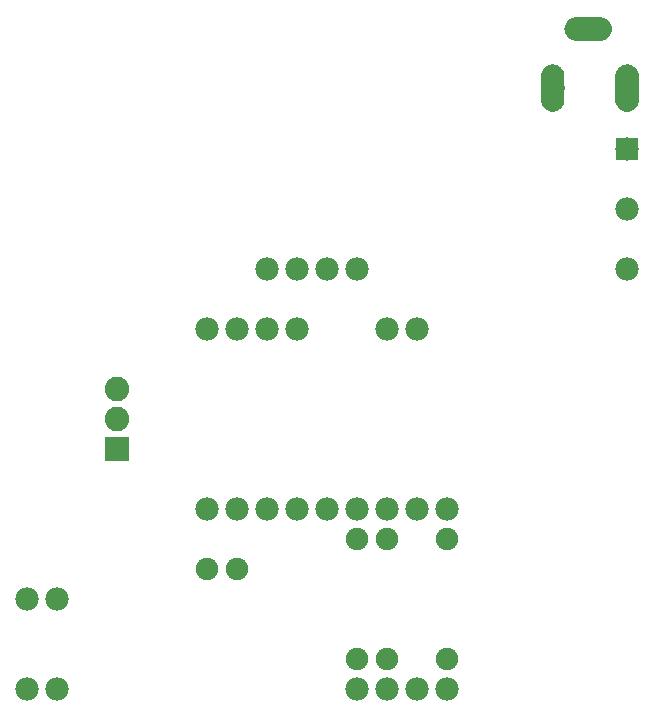
<source format=gtl>
G04 MADE WITH FRITZING*
G04 WWW.FRITZING.ORG*
G04 DOUBLE SIDED*
G04 HOLES PLATED*
G04 CONTOUR ON CENTER OF CONTOUR VECTOR*
%ASAXBY*%
%FSLAX23Y23*%
%MOIN*%
%OFA0B0*%
%SFA1.0B1.0*%
%ADD10C,0.078000*%
%ADD11C,0.078740*%
%ADD12C,0.075433*%
%ADD13C,0.082000*%
%ADD14C,0.075000*%
%ADD15R,0.082000X0.082000*%
%ADD16R,0.078000X0.078000*%
%ADD17R,0.001000X0.001000*%
%LNCOPPER1*%
G90*
G70*
G54D10*
X1573Y171D03*
X1473Y171D03*
X1373Y171D03*
X1273Y171D03*
X1573Y171D03*
X1473Y171D03*
X1373Y171D03*
X1273Y171D03*
X1273Y1571D03*
X1173Y1571D03*
X1073Y1571D03*
X973Y1571D03*
X1273Y1571D03*
X1173Y1571D03*
X1073Y1571D03*
X973Y1571D03*
X273Y471D03*
X173Y471D03*
X273Y471D03*
X173Y471D03*
X273Y171D03*
X173Y171D03*
X273Y171D03*
X173Y171D03*
G54D11*
X1925Y2174D03*
X2173Y2174D03*
X2044Y2371D03*
X1925Y2174D03*
X2173Y2174D03*
X2044Y2371D03*
G54D12*
X873Y571D03*
X773Y571D03*
G54D13*
X473Y971D03*
X473Y1071D03*
X473Y1171D03*
G54D14*
X1273Y671D03*
X1273Y271D03*
X1373Y671D03*
X1373Y271D03*
X1573Y671D03*
X1573Y271D03*
G54D10*
X2173Y1971D03*
X2173Y1771D03*
X2173Y1571D03*
X1073Y1371D03*
X973Y1371D03*
X873Y1371D03*
X773Y1371D03*
X1073Y1371D03*
X973Y1371D03*
X873Y1371D03*
X773Y1371D03*
X1473Y1371D03*
X1373Y1371D03*
X1473Y1371D03*
X1373Y1371D03*
X1573Y771D03*
X1473Y771D03*
X1373Y771D03*
X1273Y771D03*
X1173Y771D03*
X1073Y771D03*
X973Y771D03*
X873Y771D03*
X773Y771D03*
X1573Y771D03*
X1473Y771D03*
X1373Y771D03*
X1273Y771D03*
X1173Y771D03*
X1073Y771D03*
X973Y771D03*
X873Y771D03*
X773Y771D03*
G54D15*
X473Y971D03*
G54D16*
X2173Y1971D03*
G54D17*
X1996Y2410D02*
X2089Y2410D01*
X1992Y2409D02*
X2093Y2409D01*
X1989Y2408D02*
X2096Y2408D01*
X1987Y2407D02*
X2098Y2407D01*
X1985Y2406D02*
X2100Y2406D01*
X1983Y2405D02*
X2102Y2405D01*
X1982Y2404D02*
X2104Y2404D01*
X1980Y2403D02*
X2105Y2403D01*
X1979Y2402D02*
X2106Y2402D01*
X1978Y2401D02*
X2107Y2401D01*
X1977Y2400D02*
X2108Y2400D01*
X1976Y2399D02*
X2110Y2399D01*
X1975Y2398D02*
X2110Y2398D01*
X1974Y2397D02*
X2111Y2397D01*
X1973Y2396D02*
X2112Y2396D01*
X1972Y2395D02*
X2113Y2395D01*
X1971Y2394D02*
X2114Y2394D01*
X1971Y2393D02*
X2114Y2393D01*
X1970Y2392D02*
X2115Y2392D01*
X1970Y2391D02*
X2041Y2391D01*
X2044Y2391D02*
X2116Y2391D01*
X1969Y2390D02*
X2036Y2390D01*
X2049Y2390D02*
X2116Y2390D01*
X1969Y2389D02*
X2033Y2389D01*
X2052Y2389D02*
X2117Y2389D01*
X1968Y2388D02*
X2032Y2388D01*
X2054Y2388D02*
X2117Y2388D01*
X1968Y2387D02*
X2030Y2387D01*
X2055Y2387D02*
X2118Y2387D01*
X1967Y2386D02*
X2029Y2386D01*
X2056Y2386D02*
X2118Y2386D01*
X1967Y2385D02*
X2028Y2385D01*
X2057Y2385D02*
X2118Y2385D01*
X1966Y2384D02*
X2027Y2384D01*
X2058Y2384D02*
X2119Y2384D01*
X1966Y2383D02*
X2026Y2383D01*
X2059Y2383D02*
X2119Y2383D01*
X1966Y2382D02*
X2026Y2382D01*
X2060Y2382D02*
X2119Y2382D01*
X1966Y2381D02*
X2025Y2381D01*
X2060Y2381D02*
X2120Y2381D01*
X1965Y2380D02*
X2024Y2380D01*
X2061Y2380D02*
X2120Y2380D01*
X1965Y2379D02*
X2024Y2379D01*
X2061Y2379D02*
X2120Y2379D01*
X1965Y2378D02*
X2024Y2378D01*
X2062Y2378D02*
X2120Y2378D01*
X1965Y2377D02*
X2023Y2377D01*
X2062Y2377D02*
X2120Y2377D01*
X1965Y2376D02*
X2023Y2376D01*
X2062Y2376D02*
X2121Y2376D01*
X1965Y2375D02*
X2023Y2375D01*
X2062Y2375D02*
X2121Y2375D01*
X1964Y2374D02*
X2023Y2374D01*
X2062Y2374D02*
X2121Y2374D01*
X1964Y2373D02*
X2023Y2373D01*
X2063Y2373D02*
X2121Y2373D01*
X1964Y2372D02*
X2022Y2372D01*
X2063Y2372D02*
X2121Y2372D01*
X1964Y2371D02*
X2022Y2371D01*
X2063Y2371D02*
X2121Y2371D01*
X1964Y2370D02*
X2023Y2370D01*
X2063Y2370D02*
X2121Y2370D01*
X1964Y2369D02*
X2023Y2369D01*
X2062Y2369D02*
X2121Y2369D01*
X1965Y2368D02*
X2023Y2368D01*
X2062Y2368D02*
X2121Y2368D01*
X1965Y2367D02*
X2023Y2367D01*
X2062Y2367D02*
X2121Y2367D01*
X1965Y2366D02*
X2023Y2366D01*
X2062Y2366D02*
X2120Y2366D01*
X1965Y2365D02*
X2024Y2365D01*
X2062Y2365D02*
X2120Y2365D01*
X1965Y2364D02*
X2024Y2364D01*
X2061Y2364D02*
X2120Y2364D01*
X1965Y2363D02*
X2024Y2363D01*
X2061Y2363D02*
X2120Y2363D01*
X1966Y2362D02*
X2025Y2362D01*
X2060Y2362D02*
X2120Y2362D01*
X1966Y2361D02*
X2025Y2361D01*
X2060Y2361D02*
X2119Y2361D01*
X1966Y2360D02*
X2026Y2360D01*
X2059Y2360D02*
X2119Y2360D01*
X1966Y2359D02*
X2027Y2359D01*
X2058Y2359D02*
X2119Y2359D01*
X1967Y2358D02*
X2028Y2358D01*
X2057Y2358D02*
X2118Y2358D01*
X1967Y2357D02*
X2029Y2357D01*
X2056Y2357D02*
X2118Y2357D01*
X1968Y2356D02*
X2030Y2356D01*
X2055Y2356D02*
X2118Y2356D01*
X1968Y2355D02*
X2031Y2355D01*
X2054Y2355D02*
X2117Y2355D01*
X1968Y2354D02*
X2033Y2354D01*
X2052Y2354D02*
X2117Y2354D01*
X1969Y2353D02*
X2035Y2353D01*
X2050Y2353D02*
X2116Y2353D01*
X1969Y2352D02*
X2040Y2352D01*
X2045Y2352D02*
X2116Y2352D01*
X1970Y2351D02*
X2115Y2351D01*
X1971Y2350D02*
X2114Y2350D01*
X1971Y2349D02*
X2114Y2349D01*
X1972Y2348D02*
X2113Y2348D01*
X1973Y2347D02*
X2112Y2347D01*
X1974Y2346D02*
X2111Y2346D01*
X1975Y2345D02*
X2111Y2345D01*
X1976Y2344D02*
X2110Y2344D01*
X1977Y2343D02*
X2109Y2343D01*
X1978Y2342D02*
X2107Y2342D01*
X1979Y2341D02*
X2106Y2341D01*
X1980Y2340D02*
X2105Y2340D01*
X1981Y2339D02*
X2104Y2339D01*
X1983Y2338D02*
X2102Y2338D01*
X1985Y2337D02*
X2100Y2337D01*
X1987Y2336D02*
X2098Y2336D01*
X1989Y2335D02*
X2096Y2335D01*
X1992Y2334D02*
X2094Y2334D01*
X1995Y2333D02*
X2090Y2333D01*
X1920Y2253D02*
X1929Y2253D01*
X2168Y2253D02*
X2177Y2253D01*
X1915Y2252D02*
X1934Y2252D01*
X2163Y2252D02*
X2182Y2252D01*
X1912Y2251D02*
X1937Y2251D01*
X2160Y2251D02*
X2185Y2251D01*
X1909Y2250D02*
X1940Y2250D01*
X2157Y2250D02*
X2188Y2250D01*
X1907Y2249D02*
X1942Y2249D01*
X2155Y2249D02*
X2190Y2249D01*
X1905Y2248D02*
X1944Y2248D01*
X2153Y2248D02*
X2192Y2248D01*
X1904Y2247D02*
X1945Y2247D01*
X2152Y2247D02*
X2193Y2247D01*
X1902Y2246D02*
X1947Y2246D01*
X2150Y2246D02*
X2195Y2246D01*
X1901Y2245D02*
X1948Y2245D01*
X2149Y2245D02*
X2196Y2245D01*
X1900Y2244D02*
X1949Y2244D01*
X2148Y2244D02*
X2197Y2244D01*
X1898Y2243D02*
X1951Y2243D01*
X2146Y2243D02*
X2199Y2243D01*
X1897Y2242D02*
X1952Y2242D01*
X2145Y2242D02*
X2200Y2242D01*
X1896Y2241D02*
X1953Y2241D01*
X2144Y2241D02*
X2201Y2241D01*
X1895Y2240D02*
X1953Y2240D01*
X2143Y2240D02*
X2201Y2240D01*
X1895Y2239D02*
X1954Y2239D01*
X2143Y2239D02*
X2202Y2239D01*
X1894Y2238D02*
X1955Y2238D01*
X2142Y2238D02*
X2203Y2238D01*
X1893Y2237D02*
X1956Y2237D01*
X2141Y2237D02*
X2204Y2237D01*
X1892Y2236D02*
X1957Y2236D01*
X2140Y2236D02*
X2205Y2236D01*
X1892Y2235D02*
X1957Y2235D01*
X2140Y2235D02*
X2205Y2235D01*
X1891Y2234D02*
X1958Y2234D01*
X2139Y2234D02*
X2206Y2234D01*
X1891Y2233D02*
X1958Y2233D01*
X2138Y2233D02*
X2206Y2233D01*
X1890Y2232D02*
X1959Y2232D01*
X2138Y2232D02*
X2207Y2232D01*
X1890Y2231D02*
X1959Y2231D01*
X2137Y2231D02*
X2207Y2231D01*
X1889Y2230D02*
X1960Y2230D01*
X2137Y2230D02*
X2208Y2230D01*
X1889Y2229D02*
X1960Y2229D01*
X2137Y2229D02*
X2208Y2229D01*
X1888Y2228D02*
X1961Y2228D01*
X2136Y2228D02*
X2209Y2228D01*
X1888Y2227D02*
X1961Y2227D01*
X2136Y2227D02*
X2209Y2227D01*
X1887Y2226D02*
X1961Y2226D01*
X2135Y2226D02*
X2209Y2226D01*
X1887Y2225D02*
X1962Y2225D01*
X2135Y2225D02*
X2210Y2225D01*
X1887Y2224D02*
X1962Y2224D01*
X2135Y2224D02*
X2210Y2224D01*
X1887Y2223D02*
X1962Y2223D01*
X2135Y2223D02*
X2210Y2223D01*
X1886Y2222D02*
X1963Y2222D01*
X2134Y2222D02*
X2210Y2222D01*
X1886Y2221D02*
X1963Y2221D01*
X2134Y2221D02*
X2211Y2221D01*
X1886Y2220D02*
X1963Y2220D01*
X2134Y2220D02*
X2211Y2220D01*
X1886Y2219D02*
X1963Y2219D01*
X2134Y2219D02*
X2211Y2219D01*
X1886Y2218D02*
X1963Y2218D01*
X2134Y2218D02*
X2211Y2218D01*
X1886Y2217D02*
X1963Y2217D01*
X2134Y2217D02*
X2211Y2217D01*
X1886Y2216D02*
X1963Y2216D01*
X2134Y2216D02*
X2211Y2216D01*
X1886Y2215D02*
X1963Y2215D01*
X2134Y2215D02*
X2211Y2215D01*
X1886Y2214D02*
X1963Y2214D01*
X2134Y2214D02*
X2211Y2214D01*
X1886Y2213D02*
X1963Y2213D01*
X2134Y2213D02*
X2211Y2213D01*
X1886Y2212D02*
X1963Y2212D01*
X2134Y2212D02*
X2211Y2212D01*
X1886Y2211D02*
X1963Y2211D01*
X2134Y2211D02*
X2211Y2211D01*
X1886Y2210D02*
X1963Y2210D01*
X2134Y2210D02*
X2211Y2210D01*
X1886Y2209D02*
X1963Y2209D01*
X2134Y2209D02*
X2211Y2209D01*
X1886Y2208D02*
X1963Y2208D01*
X2134Y2208D02*
X2211Y2208D01*
X1886Y2207D02*
X1963Y2207D01*
X2134Y2207D02*
X2211Y2207D01*
X1886Y2206D02*
X1963Y2206D01*
X2134Y2206D02*
X2211Y2206D01*
X1886Y2205D02*
X1963Y2205D01*
X2134Y2205D02*
X2211Y2205D01*
X1886Y2204D02*
X1963Y2204D01*
X2134Y2204D02*
X2211Y2204D01*
X1886Y2203D02*
X1963Y2203D01*
X2134Y2203D02*
X2211Y2203D01*
X1886Y2202D02*
X1963Y2202D01*
X2134Y2202D02*
X2211Y2202D01*
X1886Y2201D02*
X1963Y2201D01*
X2134Y2201D02*
X2211Y2201D01*
X1886Y2200D02*
X1963Y2200D01*
X2134Y2200D02*
X2211Y2200D01*
X1886Y2199D02*
X1963Y2199D01*
X2134Y2199D02*
X2211Y2199D01*
X1886Y2198D02*
X1963Y2198D01*
X2134Y2198D02*
X2211Y2198D01*
X1886Y2197D02*
X1963Y2197D01*
X2134Y2197D02*
X2211Y2197D01*
X1886Y2196D02*
X1963Y2196D01*
X2134Y2196D02*
X2211Y2196D01*
X1886Y2195D02*
X1963Y2195D01*
X2134Y2195D02*
X2211Y2195D01*
X1886Y2194D02*
X1921Y2194D01*
X1928Y2194D02*
X1963Y2194D01*
X2134Y2194D02*
X2169Y2194D01*
X2176Y2194D02*
X2211Y2194D01*
X1886Y2193D02*
X1917Y2193D01*
X1932Y2193D02*
X1963Y2193D01*
X2134Y2193D02*
X2165Y2193D01*
X2180Y2193D02*
X2211Y2193D01*
X1886Y2192D02*
X1915Y2192D01*
X1934Y2192D02*
X1963Y2192D01*
X2134Y2192D02*
X2163Y2192D01*
X2182Y2192D02*
X2211Y2192D01*
X1886Y2191D02*
X1913Y2191D01*
X1936Y2191D02*
X1963Y2191D01*
X2134Y2191D02*
X2161Y2191D01*
X2184Y2191D02*
X2211Y2191D01*
X1886Y2190D02*
X1912Y2190D01*
X1937Y2190D02*
X1963Y2190D01*
X2134Y2190D02*
X2160Y2190D01*
X2185Y2190D02*
X2211Y2190D01*
X1886Y2189D02*
X1911Y2189D01*
X1938Y2189D02*
X1963Y2189D01*
X2134Y2189D02*
X2159Y2189D01*
X2186Y2189D02*
X2211Y2189D01*
X1886Y2188D02*
X1910Y2188D01*
X1939Y2188D02*
X1963Y2188D01*
X2134Y2188D02*
X2158Y2188D01*
X2187Y2188D02*
X2211Y2188D01*
X1886Y2187D02*
X1909Y2187D01*
X1940Y2187D02*
X1963Y2187D01*
X2134Y2187D02*
X2157Y2187D01*
X2188Y2187D02*
X2211Y2187D01*
X1886Y2186D02*
X1908Y2186D01*
X1941Y2186D02*
X1963Y2186D01*
X2134Y2186D02*
X2156Y2186D01*
X2189Y2186D02*
X2211Y2186D01*
X1886Y2185D02*
X1907Y2185D01*
X1942Y2185D02*
X1963Y2185D01*
X2134Y2185D02*
X2155Y2185D01*
X2190Y2185D02*
X2211Y2185D01*
X1886Y2184D02*
X1907Y2184D01*
X1942Y2184D02*
X1963Y2184D01*
X2134Y2184D02*
X2155Y2184D01*
X2190Y2184D02*
X2211Y2184D01*
X1886Y2183D02*
X1906Y2183D01*
X1943Y2183D02*
X1963Y2183D01*
X2134Y2183D02*
X2154Y2183D01*
X2191Y2183D02*
X2211Y2183D01*
X1886Y2182D02*
X1906Y2182D01*
X1943Y2182D02*
X1963Y2182D01*
X2134Y2182D02*
X2154Y2182D01*
X2191Y2182D02*
X2211Y2182D01*
X1886Y2181D02*
X1905Y2181D01*
X1944Y2181D02*
X1963Y2181D01*
X2134Y2181D02*
X2153Y2181D01*
X2191Y2181D02*
X2211Y2181D01*
X1886Y2180D02*
X1905Y2180D01*
X1944Y2180D02*
X1963Y2180D01*
X2134Y2180D02*
X2153Y2180D01*
X2192Y2180D02*
X2211Y2180D01*
X1886Y2179D02*
X1905Y2179D01*
X1944Y2179D02*
X1963Y2179D01*
X2134Y2179D02*
X2153Y2179D01*
X2192Y2179D02*
X2211Y2179D01*
X1886Y2178D02*
X1905Y2178D01*
X1944Y2178D02*
X1963Y2178D01*
X2134Y2178D02*
X2153Y2178D01*
X2192Y2178D02*
X2211Y2178D01*
X1886Y2177D02*
X1905Y2177D01*
X1944Y2177D02*
X1963Y2177D01*
X2134Y2177D02*
X2153Y2177D01*
X2192Y2177D02*
X2211Y2177D01*
X1886Y2176D02*
X1904Y2176D01*
X1945Y2176D02*
X1963Y2176D01*
X2134Y2176D02*
X2152Y2176D01*
X2192Y2176D02*
X2211Y2176D01*
X1886Y2175D02*
X1904Y2175D01*
X1945Y2175D02*
X1963Y2175D01*
X2134Y2175D02*
X2152Y2175D01*
X2193Y2175D02*
X2211Y2175D01*
X1886Y2174D02*
X1904Y2174D01*
X1945Y2174D02*
X1963Y2174D01*
X2134Y2174D02*
X2152Y2174D01*
X2193Y2174D02*
X2211Y2174D01*
X1886Y2173D02*
X1904Y2173D01*
X1944Y2173D02*
X1963Y2173D01*
X2134Y2173D02*
X2152Y2173D01*
X2192Y2173D02*
X2211Y2173D01*
X1886Y2172D02*
X1905Y2172D01*
X1944Y2172D02*
X1963Y2172D01*
X2134Y2172D02*
X2153Y2172D01*
X2192Y2172D02*
X2211Y2172D01*
X1886Y2171D02*
X1905Y2171D01*
X1944Y2171D02*
X1963Y2171D01*
X2134Y2171D02*
X2153Y2171D01*
X2192Y2171D02*
X2211Y2171D01*
X1886Y2170D02*
X1905Y2170D01*
X1944Y2170D02*
X1963Y2170D01*
X2134Y2170D02*
X2153Y2170D01*
X2192Y2170D02*
X2211Y2170D01*
X1886Y2169D02*
X1905Y2169D01*
X1944Y2169D02*
X1963Y2169D01*
X2134Y2169D02*
X2153Y2169D01*
X2192Y2169D02*
X2211Y2169D01*
X1886Y2168D02*
X1906Y2168D01*
X1943Y2168D02*
X1963Y2168D01*
X2134Y2168D02*
X2154Y2168D01*
X2191Y2168D02*
X2211Y2168D01*
X1886Y2167D02*
X1906Y2167D01*
X1943Y2167D02*
X1963Y2167D01*
X2134Y2167D02*
X2154Y2167D01*
X2191Y2167D02*
X2211Y2167D01*
X1886Y2166D02*
X1906Y2166D01*
X1943Y2166D02*
X1963Y2166D01*
X2134Y2166D02*
X2154Y2166D01*
X2191Y2166D02*
X2211Y2166D01*
X1886Y2165D02*
X1907Y2165D01*
X1942Y2165D02*
X1963Y2165D01*
X2134Y2165D02*
X2155Y2165D01*
X2190Y2165D02*
X2211Y2165D01*
X1886Y2164D02*
X1907Y2164D01*
X1941Y2164D02*
X1963Y2164D01*
X2134Y2164D02*
X2155Y2164D01*
X2189Y2164D02*
X2211Y2164D01*
X1886Y2163D02*
X1908Y2163D01*
X1941Y2163D02*
X1963Y2163D01*
X2134Y2163D02*
X2156Y2163D01*
X2189Y2163D02*
X2211Y2163D01*
X1886Y2162D02*
X1909Y2162D01*
X1940Y2162D02*
X1963Y2162D01*
X2134Y2162D02*
X2157Y2162D01*
X2188Y2162D02*
X2211Y2162D01*
X1886Y2161D02*
X1910Y2161D01*
X1939Y2161D02*
X1963Y2161D01*
X2134Y2161D02*
X2158Y2161D01*
X2187Y2161D02*
X2211Y2161D01*
X1886Y2160D02*
X1911Y2160D01*
X1938Y2160D02*
X1963Y2160D01*
X2134Y2160D02*
X2159Y2160D01*
X2186Y2160D02*
X2211Y2160D01*
X1886Y2159D02*
X1912Y2159D01*
X1937Y2159D02*
X1963Y2159D01*
X2134Y2159D02*
X2160Y2159D01*
X2185Y2159D02*
X2211Y2159D01*
X1886Y2158D02*
X1914Y2158D01*
X1935Y2158D02*
X1963Y2158D01*
X2134Y2158D02*
X2162Y2158D01*
X2183Y2158D02*
X2211Y2158D01*
X1886Y2157D02*
X1915Y2157D01*
X1934Y2157D02*
X1963Y2157D01*
X2134Y2157D02*
X2163Y2157D01*
X2182Y2157D02*
X2211Y2157D01*
X1886Y2156D02*
X1918Y2156D01*
X1931Y2156D02*
X1963Y2156D01*
X2134Y2156D02*
X2166Y2156D01*
X2179Y2156D02*
X2211Y2156D01*
X1886Y2155D02*
X1963Y2155D01*
X2134Y2155D02*
X2211Y2155D01*
X1886Y2154D02*
X1963Y2154D01*
X2134Y2154D02*
X2211Y2154D01*
X1886Y2153D02*
X1963Y2153D01*
X2134Y2153D02*
X2211Y2153D01*
X1886Y2152D02*
X1963Y2152D01*
X2134Y2152D02*
X2211Y2152D01*
X1886Y2151D02*
X1963Y2151D01*
X2134Y2151D02*
X2211Y2151D01*
X1886Y2150D02*
X1963Y2150D01*
X2134Y2150D02*
X2211Y2150D01*
X1886Y2149D02*
X1963Y2149D01*
X2134Y2149D02*
X2211Y2149D01*
X1886Y2148D02*
X1963Y2148D01*
X2134Y2148D02*
X2211Y2148D01*
X1886Y2147D02*
X1963Y2147D01*
X2134Y2147D02*
X2211Y2147D01*
X1886Y2146D02*
X1963Y2146D01*
X2134Y2146D02*
X2211Y2146D01*
X1886Y2145D02*
X1963Y2145D01*
X2134Y2145D02*
X2211Y2145D01*
X1886Y2144D02*
X1963Y2144D01*
X2134Y2144D02*
X2211Y2144D01*
X1886Y2143D02*
X1963Y2143D01*
X2134Y2143D02*
X2211Y2143D01*
X1886Y2142D02*
X1963Y2142D01*
X2134Y2142D02*
X2211Y2142D01*
X1886Y2141D02*
X1963Y2141D01*
X2134Y2141D02*
X2211Y2141D01*
X1886Y2140D02*
X1963Y2140D01*
X2134Y2140D02*
X2211Y2140D01*
X1886Y2139D02*
X1963Y2139D01*
X2134Y2139D02*
X2211Y2139D01*
X1886Y2138D02*
X1963Y2138D01*
X2134Y2138D02*
X2211Y2138D01*
X1886Y2137D02*
X1963Y2137D01*
X2134Y2137D02*
X2211Y2137D01*
X1886Y2136D02*
X1963Y2136D01*
X2134Y2136D02*
X2211Y2136D01*
X1886Y2135D02*
X1963Y2135D01*
X2134Y2135D02*
X2211Y2135D01*
X1886Y2134D02*
X1963Y2134D01*
X2134Y2134D02*
X2211Y2134D01*
X1886Y2133D02*
X1963Y2133D01*
X2134Y2133D02*
X2211Y2133D01*
X1886Y2132D02*
X1963Y2132D01*
X2134Y2132D02*
X2211Y2132D01*
X1886Y2131D02*
X1963Y2131D01*
X2134Y2131D02*
X2211Y2131D01*
X1886Y2130D02*
X1963Y2130D01*
X2134Y2130D02*
X2211Y2130D01*
X1886Y2129D02*
X1963Y2129D01*
X2134Y2129D02*
X2211Y2129D01*
X1886Y2128D02*
X1963Y2128D01*
X2134Y2128D02*
X2211Y2128D01*
X1887Y2127D02*
X1962Y2127D01*
X2134Y2127D02*
X2210Y2127D01*
X1887Y2126D02*
X1962Y2126D01*
X2135Y2126D02*
X2210Y2126D01*
X1887Y2125D02*
X1962Y2125D01*
X2135Y2125D02*
X2210Y2125D01*
X1887Y2124D02*
X1962Y2124D01*
X2135Y2124D02*
X2210Y2124D01*
X1888Y2123D02*
X1961Y2123D01*
X2136Y2123D02*
X2209Y2123D01*
X1888Y2122D02*
X1961Y2122D01*
X2136Y2122D02*
X2209Y2122D01*
X1888Y2121D02*
X1961Y2121D01*
X2136Y2121D02*
X2209Y2121D01*
X1889Y2120D02*
X1960Y2120D01*
X2137Y2120D02*
X2208Y2120D01*
X1889Y2119D02*
X1960Y2119D01*
X2137Y2119D02*
X2208Y2119D01*
X1890Y2118D02*
X1959Y2118D01*
X2138Y2118D02*
X2207Y2118D01*
X1890Y2117D02*
X1959Y2117D01*
X2138Y2117D02*
X2207Y2117D01*
X1891Y2116D02*
X1958Y2116D01*
X2139Y2116D02*
X2206Y2116D01*
X1891Y2115D02*
X1958Y2115D01*
X2139Y2115D02*
X2206Y2115D01*
X1892Y2114D02*
X1957Y2114D01*
X2140Y2114D02*
X2205Y2114D01*
X1893Y2113D02*
X1956Y2113D01*
X2141Y2113D02*
X2204Y2113D01*
X1893Y2112D02*
X1956Y2112D01*
X2141Y2112D02*
X2204Y2112D01*
X1894Y2111D02*
X1955Y2111D01*
X2142Y2111D02*
X2203Y2111D01*
X1895Y2110D02*
X1954Y2110D01*
X2143Y2110D02*
X2202Y2110D01*
X1896Y2109D02*
X1953Y2109D01*
X2144Y2109D02*
X2201Y2109D01*
X1897Y2108D02*
X1952Y2108D01*
X2145Y2108D02*
X2200Y2108D01*
X1898Y2107D02*
X1951Y2107D01*
X2146Y2107D02*
X2199Y2107D01*
X1899Y2106D02*
X1950Y2106D01*
X2147Y2106D02*
X2198Y2106D01*
X1900Y2105D02*
X1949Y2105D01*
X2148Y2105D02*
X2197Y2105D01*
X1901Y2104D02*
X1948Y2104D01*
X2149Y2104D02*
X2196Y2104D01*
X1903Y2103D02*
X1946Y2103D01*
X2150Y2103D02*
X2194Y2103D01*
X1904Y2102D02*
X1945Y2102D01*
X2152Y2102D02*
X2193Y2102D01*
X1906Y2101D02*
X1943Y2101D01*
X2154Y2101D02*
X2191Y2101D01*
X1908Y2100D02*
X1941Y2100D01*
X2156Y2100D02*
X2189Y2100D01*
X1910Y2099D02*
X1939Y2099D01*
X2158Y2099D02*
X2187Y2099D01*
X1912Y2098D02*
X1936Y2098D01*
X2160Y2098D02*
X2184Y2098D01*
X1916Y2097D02*
X1933Y2097D01*
X2164Y2097D02*
X2181Y2097D01*
X1924Y2096D02*
X1925Y2096D01*
X2172Y2096D02*
X2173Y2096D01*
D02*
G04 End of Copper1*
M02*
</source>
